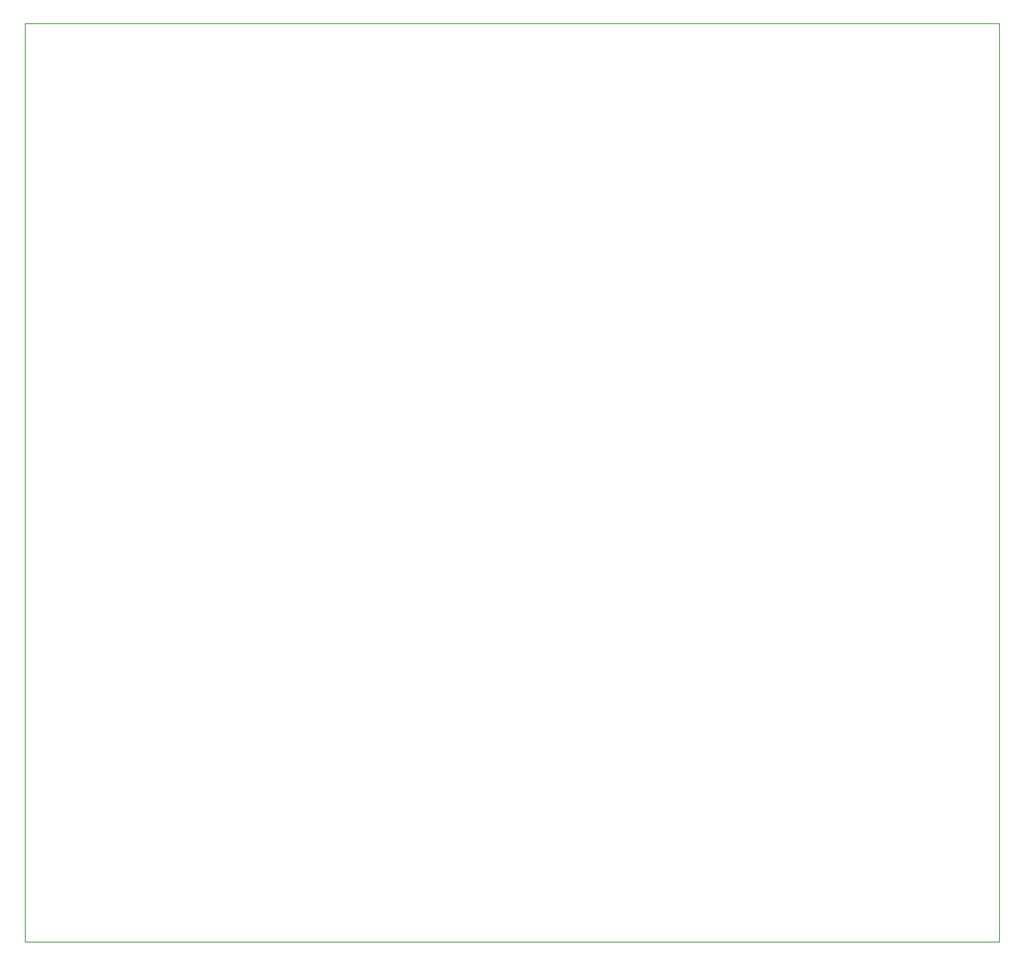
<source format=gbr>
%TF.GenerationSoftware,KiCad,Pcbnew,(6.0.4)*%
%TF.CreationDate,2022-04-25T23:47:20+01:00*%
%TF.ProjectId,pcb,7063622e-6b69-4636-9164-5f7063625858,1*%
%TF.SameCoordinates,Original*%
%TF.FileFunction,Profile,NP*%
%FSLAX46Y46*%
G04 Gerber Fmt 4.6, Leading zero omitted, Abs format (unit mm)*
G04 Created by KiCad (PCBNEW (6.0.4)) date 2022-04-25 23:47:20*
%MOMM*%
%LPD*%
G01*
G04 APERTURE LIST*
%TA.AperFunction,Profile*%
%ADD10C,0.100000*%
%TD*%
G04 APERTURE END LIST*
D10*
X28000000Y-177500000D02*
X134000000Y-177500000D01*
X134000000Y-177500000D02*
X134000000Y-77500000D01*
X134000000Y-77500000D02*
X28000000Y-77500000D01*
X28000000Y-77500000D02*
X28000000Y-177500000D01*
M02*

</source>
